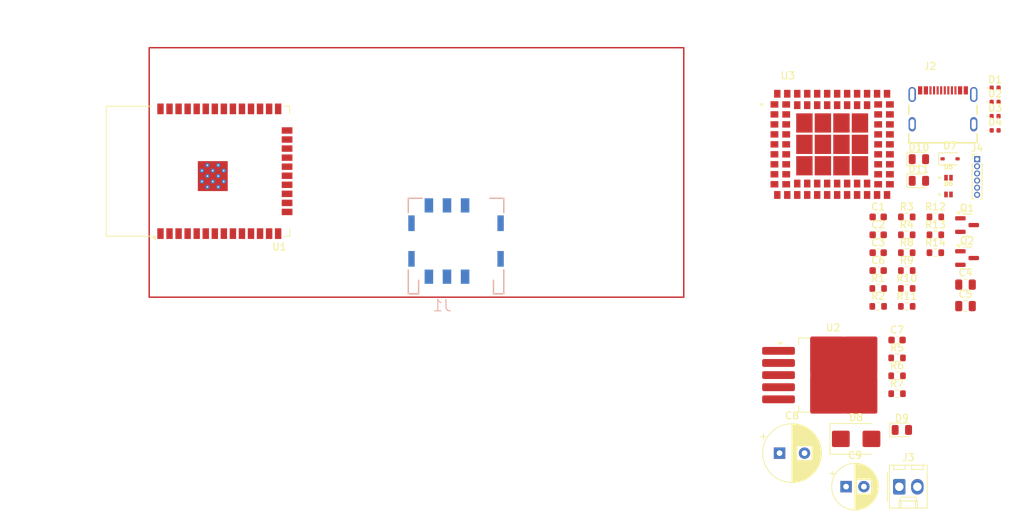
<source format=kicad_pcb>
(kicad_pcb (version 20240108) (generator "pcbnew") (generator_version "8.0")
  (layers (0 "F.Cu" signal) (31 "B.Cu" signal) (34 "B.Paste" user) (35 "F.Paste" user) (36 "B.SilkS" user "B.Silkscreen") (37 "F.SilkS" user "F.Silkscreen") (38 "B.Mask" user) (39 "F.Mask" user) (44 "Edge.Cuts" user))
  (net 0 "")
  (net 2 "Net-(U1-GND-Pad1)")
  (net 37 "Net-(D1-A1)")
  (net 38 "Net-(D1-A2)")
  (net 39 "Net-(D2-A2)")
  (net 40 "Net-(D3-A2)")
  (net 41 "/usb and sim/SIM1_VDD")
  (net 42 "/usb and sim/VBUS")
  (net 43 "GND")
  (net 44 "Net-(D8-K)")
  (net 45 "VBAT")
  (net 46 "Net-(D8-A)")
  (net 48 "Net-(D9-K)")
  (net 50 "/usb and sim/USB_DP")
  (net 54 "/usb and sim/USB_DM")
  (net 55 "/usb and sim/SIM1_RST")
  (net 56 "/usb and sim/SIM1_DATA")
  (net 57 "/usb and sim/SIM1_CLK")
  (net 58 "Net-(U2-ADJ)")
  (net 59 "Net-(D10-K)")
  (net 60 "/usb and sim/VBAT")
  (net 61 "Net-(D11-K)")
  (net 62 "/usb and sim/SIM1_RESET")
  (net 63 "/usb and sim/SIM1_TXD")
  (net 64 "/usb and sim/SIMK1_GND")
  (net 65 "/usb and sim/SIM1_RXD")
  (net 66 "/usb and sim/SIM1_VCC")
  (net 67 "Net-(Q1-C)")
  (net 68 "Net-(Q1-B)")
  (net 70 "Net-(Q2-B)")
  (net 72 "/usb and sim/NETLIGHT")
  (net 73 "Net-(U3-PWRKEY)")
  (net 74 "/usb and sim/STATUS")
  (net 114 "/usb and sim/SIM1_ANT")
  (footprint "Capacitor_SMD:C_0805_2012Metric" (layer "F.Cu") (at 139.525 61.25)
    (property "Reference" "C5" (at 0 -1.68 0) (layer "F.SilkS"))
    (property "Value" "1u")
    (pad "1" smd roundrect (at -0.95 0) (size 1 1.45) (layers "F.Cu" "F.Paste" "F.Mask") (net 42 "/usb and sim/VBUS"))
    (pad "2" smd roundrect (at 0.95 0) (size 1 1.45) (layers "F.Cu" "F.Paste" "F.Mask") (net 43 "GND"))
  )
  (footprint "Resistor_SMD:R_0603_1608Metric" (layer "F.Cu") (at 135.295 48.74)
    (property "Reference" "R12" (at 0 -1.43 0) (layer "F.SilkS"))
    (property "Value" "4.7K")
    (pad "1" smd roundrect (at -0.825 0) (size 0.8 0.95) (layers "F.Cu" "F.Paste" "F.Mask") (net 74 "/usb and sim/STATUS"))
    (pad "2" smd roundrect (at 0.825 0) (size 0.8 0.95) (layers "F.Cu" "F.Paste" "F.Mask") (net 70 "Net-(Q2-B)"))
  )
  (footprint "Diode_SMD:D_SMB" (layer "F.Cu") (at 124.18 79.88)
    (property "Reference" "D8" (at 0 -3 0) (layer "F.SilkS"))
    (property "Value" "SS34")
    (pad "1" smd roundrect (at -2.15 0) (size 2.5 2.3) (layers "F.Cu" "F.Paste" "F.Mask") (roundrect_rratio 0.1086956522) (net 44 "Net-(D8-K)"))
    (pad "2" smd roundrect (at 2.15 0) (size 2.5 2.3) (layers "F.Cu" "F.Paste" "F.Mask") (roundrect_rratio 0.1086956522) (net 46 "Net-(D8-A)"))
  )
  (footprint "Capacitor_SMD:C_0603_1608Metric" (layer "F.Cu") (at 127.275 48.74)
    (property "Reference" "C1" (at 0 -1.43 0) (layer "F.SilkS"))
    (property "Value" "8.2p")
    (pad "1" smd roundrect (at -0.775 0) (size 0.9 0.95) (layers "F.Cu" "F.Paste" "F.Mask") (net 38 "Net-(D1-A2)"))
    (pad "2" smd roundrect (at 0.775 0) (size 0.9 0.95) (layers "F.Cu" "F.Paste" "F.Mask") (net 37 "Net-(D1-A1)"))
  )
  (footprint "Package_TO_SOT_SMD:TO-263-5_TabPin3" (layer "F.Cu") (at 120.945 70.93)
    (property "Reference" "U2" (at 0 -6.65 0) (layer "F.SilkS"))
    (property "Value" "MIC29302WU")
    (pad "1" smd roundrect (at -7.65 -3.4) (size 4.6 1.1) (layers "F.Cu" "F.Paste" "F.Mask") (roundrect_rratio 0.227273) (net 44 "Net-(D8-K)"))
    (pad "2" smd roundrect (at -7.65 -1.7) (size 4.6 1.1) (layers "F.Cu" "F.Paste" "F.Mask") (roundrect_rratio 0.227273) (net 44 "Net-(D8-K)"))
    (pad "3" smd roundrect (at -7.65 0) (size 4.6 1.1) (layers "F.Cu" "F.Paste" "F.Mask") (roundrect_rratio 0.227273) (net 43 "GND"))
    (pad "3" smd roundrect (at -0.925 -2.775) (size 4.55 5.25) (layers "F.Cu" "F.Paste") (roundrect_rratio 0.054945) (net 43 "GND"))
    (pad "3" smd roundrect (at -0.925 2.775) (size 4.55 5.25) (layers "F.Cu" "F.Paste") (roundrect_rratio 0.054945) (net 43 "GND"))
    (pad "3" smd roundrect (at 1.5 0) (size 9.4 10.8) (layers "F.Cu" "F.Mask") (roundrect_rratio 0.026596) (net 43 "GND"))
    (pad "3" smd roundrect (at 3.925 -2.775) (size 4.55 5.25) (layers "F.Cu" "F.Paste") (roundrect_rratio 0.054945) (net 43 "GND"))
    (pad "3" smd roundrect (at 3.925 2.775) (size 4.55 5.25) (layers "F.Cu" "F.Paste") (roundrect_rratio 0.054945) (net 43 "GND"))
    (pad "4" smd roundrect (at -7.65 1.7) (size 4.6 1.1) (layers "F.Cu" "F.Paste" "F.Mask") (roundrect_rratio 0.227273) (net 45 "VBAT"))
    (pad "5" smd roundrect (at -7.65 3.4) (size 4.6 1.1) (layers "F.Cu" "F.Paste" "F.Mask") (roundrect_rratio 0.227273) (net 58 "Net-(U2-ADJ)"))
  )
  (footprint "Capacitor_THT:CP_Radial_D6.3mm_P2.50mm" (layer "F.Cu") (at 122.770241 86.58)
    (property "Reference" "C9" (at 1.25 -4.4 0) (layer "F.SilkS"))
    (property "Value" "22u")
    (pad "1" thru_hole rect (at 0 0) (size 1.6 1.6) (drill 0.8) (layers "*.Cu" "*.Mask") (net 45 "VBAT"))
    (pad "2" thru_hole circle (at 2.5 0) (size 1.6 1.6) (drill 0.8) (layers "*.Cu" "*.Mask") (net 43 "GND"))
  )
  (footprint "Package_TO_SOT_SMD:SOT-23" (layer "F.Cu") (at 139.745 54.51)
    (property "Reference" "Q2" (at 0 -2.4 0) (layer "F.SilkS"))
    (property "Value" "BC847")
    (pad "1" smd roundrect (at -0.9375 -0.95) (size 1.475 0.6) (layers "F.Cu" "F.Paste" "F.Mask") (net 70 "Net-(Q2-B)"))
    (pad "2" smd roundrect (at -0.9375 0.95) (size 1.475 0.6) (layers "F.Cu" "F.Paste" "F.Mask"))
    (pad "3" smd roundrect (at 0.9375 0) (size 1.475 0.6) (layers "F.Cu" "F.Paste" "F.Mask"))
  )
  (footprint "Capacitor_SMD:C_0603_1608Metric" (layer "F.Cu") (at 127.275 53.76)
    (property "Reference" "C3" (at 0 -1.43 0) (layer "F.SilkS"))
    (property "Value" "8.2p")
    (pad "1" smd roundrect (at -0.775 0) (size 0.9 0.95) (layers "F.Cu" "F.Paste" "F.Mask") (net 40 "Net-(D3-A2)"))
    (pad "2" smd roundrect (at 0.775 0) (size 0.9 0.95) (layers "F.Cu" "F.Paste" "F.Mask") (net 37 "Net-(D1-A1)"))
  )
  (footprint "Resistor_SMD:R_0603_1608Metric" (layer "F.Cu") (at 135.295 53.76)
    (property "Reference" "R14" (at 0 -1.43 0) (layer "F.SilkS"))
    (property "Value" "470R")
    (pad "1" smd roundrect (at -0.825 0) (size 0.8 0.95) (layers "F.Cu" "F.Paste" "F.Mask"))
    (pad "2" smd roundrect (at 0.825 0) (size 0.8 0.95) (layers "F.Cu" "F.Paste" "F.Mask") (net 61 "Net-(D11-K)"))
  )
  (footprint "Resistor_SMD:R_0603_1608Metric" (layer "F.Cu") (at 131.285 53.76)
    (property "Reference" "R8" (at 0 -1.43 0) (layer "F.SilkS"))
    (property "Value" "4.7K")
    (pad "1" smd roundrect (at -0.825 0) (size 0.8 0.95) (layers "F.Cu" "F.Paste" "F.Mask") (net 72 "/usb and sim/NETLIGHT"))
    (pad "2" smd roundrect (at 0.825 0) (size 0.8 0.95) (layers "F.Cu" "F.Paste" "F.Mask") (net 68 "Net-(Q1-B)"))
  )
  (footprint "Capacitor_SMD:C_0805_2012Metric" (layer "F.Cu") (at 139.525 58.24)
    (property "Reference" "C4" (at 0 -1.68 0) (layer "F.SilkS"))
    (property "Value" "1u")
    (pad "1" smd roundrect (at -0.95 0) (size 1 1.45) (layers "F.Cu" "F.Paste" "F.Mask") (net 41 "/usb and sim/SIM1_VDD"))
    (pad "2" smd roundrect (at 0.95 0) (size 1 1.45) (layers "F.Cu" "F.Paste" "F.Mask") (net 37 "Net-(D1-A1)"))
  )
  (footprint "LocalLib:DIO_PESD5V0S1UL,315" (layer "F.Cu") (at 137.14 45.59)
    (property "Reference" "D6" (at 0 -1.524 0) (layer "F.SilkS") (effects (font (size 0.64 0.64))))
    (property "Value" "AQ3045-01ETG")
    (pad "A" smd rect (at 0.35 0) (size 0.5 0.8) (layers "F.Cu"))
    (pad "K" smd rect (at -0.35 0) (size 0.5 0.8) (layers "F.Cu"))
  )
  (footprint "LED_SMD:LED_0805_2012Metric" (layer "F.Cu") (at 132.985 43.675)
    (property "Reference" "D11" (at 0 -1.65 0) (layer "F.SilkS"))
    (property "Value" "STATUS")
    (pad "1" smd roundrect (at -0.9375 0) (size 0.975 1.4) (layers "F.Cu" "F.Paste" "F.Mask") (net 61 "Net-(D11-K)"))
    (pad "2" smd roundrect (at 0.9375 0) (size 0.975 1.4) (layers "F.Cu" "F.Paste" "F.Mask") (net 60 "/usb and sim/VBAT"))
  )
  (footprint "Capacitor_SMD:C_0603_1608Metric" (layer "F.Cu") (at 129.925 66.01)
    (property "Reference" "C7" (at 0 -1.43 0) (layer "F.SilkS"))
    (property "Value" "100n")
    (pad "1" smd roundrect (at -0.775 0) (size 0.9 0.95) (layers "F.Cu" "F.Paste" "F.Mask") (net 44 "Net-(D8-K)"))
    (pad "2" smd roundrect (at 0.775 0) (size 0.9 0.95) (layers "F.Cu" "F.Paste" "F.Mask") (net 43 "GND"))
  )
  (footprint "Diode_SMD:D_0402_1005Metric" (layer "F.Cu") (at 143.68 30.63)
    (property "Reference" "D1" (at 0 -1.17 0) (layer "F.SilkS"))
    (property "Value" "SPD9103W")
    (pad "1" smd roundrect (at -0.485 0) (size 0.59 0.64) (layers "F.Cu" "F.Paste" "F.Mask") (net 37 "Net-(D1-A1)"))
    (pad "2" smd roundrect (at 0.485 0) (size 0.59 0.64) (layers "F.Cu" "F.Paste" "F.Mask") (net 38 "Net-(D1-A2)"))
  )
  (footprint "Resistor_SMD:R_0603_1608Metric" (layer "F.Cu") (at 127.275 58.78)
    (property "Reference" "R1" (at 0 -1.43 0) (layer "F.SilkS"))
    (property "Value" "20R")
    (pad "1" smd roundrect (at -0.825 0) (size 0.8 0.95) (layers "F.Cu" "F.Paste" "F.Mask") (net 55 "/usb and sim/SIM1_RST"))
    (pad "2" smd roundrect (at 0.825 0) (size 0.8 0.95) (layers "F.Cu" "F.Paste" "F.Mask") (net 38 "Net-(D1-A2)"))
  )
  (footprint "Resistor_SMD:R_0603_1608Metric" (layer "F.Cu") (at 131.285 51.25)
    (property "Reference" "R4" (at 0 -1.43 0) (layer "F.SilkS"))
    (property "Value" "4.7K")
    (pad "1" smd roundrect (at -0.825 0) (size 0.8 0.95) (layers "F.Cu" "F.Paste" "F.Mask") (net 39 "Net-(D2-A2)"))
    (pad "2" smd roundrect (at 0.825 0) (size 0.8 0.95) (layers "F.Cu" "F.Paste" "F.Mask") (net 41 "/usb and sim/SIM1_VDD"))
  )
  (footprint "Capacitor_SMD:C_0603_1608Metric" (layer "F.Cu") (at 127.275 51.25)
    (property "Reference" "C2" (at 0 -1.43 0) (layer "F.SilkS"))
    (property "Value" "8.2p")
    (pad "1" smd roundrect (at -0.775 0) (size 0.9 0.95) (layers "F.Cu" "F.Paste" "F.Mask") (net 39 "Net-(D2-A2)"))
    (pad "2" smd roundrect (at 0.775 0) (size 0.9 0.95) (layers "F.Cu" "F.Paste" "F.Mask") (net 37 "Net-(D1-A1)"))
  )
  (footprint "RF_Module:ESP32-WROOM-32" (layer "F.Cu") (at 34.835 42.3325 90)
    (property "Reference" "U1" (at -10.61 8.43 360) (layer "F.SilkS"))
    (property "Value" "ESP32-WROOM-32")
    (pad "1" smd rect (at -8.75 -8.25 90) (size 1.5 0.9) (layers "F.Cu" "F.Paste" "F.Mask") (net 2 "Net-(U1-GND-Pad1)"))
    (pad "2" smd rect (at -8.75 -6.98 90) (size 1.5 0.9) (layers "F.Cu" "F.Paste" "F.Mask"))
    (pad "3" smd rect (at -8.75 -5.71 90) (size 1.5 0.9) (layers "F.Cu" "F.Paste" "F.Mask"))
    (pad "4" smd rect (at -8.75 -4.44 90) (size 1.5 0.9) (layers "F.Cu" "F.Paste" "F.Mask"))
    (pad "5" smd rect (at -8.75 -3.17 90) (size 1.5 0.9) (layers "F.Cu" "F.Paste" "F.Mask"))
    (pad "6" smd rect (at -8.75 -1.9 90) (size 1.5 0.9) (layers "F.Cu" "F.Paste" "F.Mask"))
    (pad "7" smd rect (at -8.75 -0.63 90) (size 1.5 0.9) (layers "F.Cu" "F.Paste" "F.Mask"))
    (pad "8" smd rect (at -8.75 0.64 90) (size 1.5 0.9) (layers "F.Cu" "F.Paste" "F.Mask"))
    (pad "9" smd rect (at -8.75 1.91 90) (size 1.5 0.9) (layers "F.Cu" "F.Paste" "F.Mask"))
    (pad "10" smd rect (at -8.75 3.18 90) (size 1.5 0.9) (layers "F.Cu" "F.Paste" "F.Mask"))
    (pad "11" smd rect (at -8.75 4.45 90) (size 1.5 0.9) (layers "F.Cu" "F.Paste" "F.Mask"))
    (pad "12" smd rect (at -8.75 5.72 90) (size 1.5 0.9) (layers "F.Cu" "F.Paste" "F.Mask"))
    (pad "13" smd rect (at -8.75 6.99 90) (size 1.5 0.9) (layers "F.Cu" "F.Paste" "F.Mask"))
    (pad "14" smd rect (at -8.75 8.26 90) (size 1.5 0.9) (layers "F.Cu" "F.Paste" "F.Mask"))
    (pad "15" smd rect (at -5.71 9.51 180) (size 1.5 0.9) (layers "F.Cu" "F.Paste" "F.Mask") (net 2 "Net-(U1-GND-Pad1)"))
    (pad "16" smd rect (at -4.44 9.51 180) (size 1.5 0.9) (layers "F.Cu" "F.Paste" "F.Mask"))
    (pad "17" smd rect (at -3.17 9.51 180) (size 1.5 0.9) (layers "F.Cu" "F.Paste" "F.Mask"))
    (pad "18" smd rect (at -1.9 9.51 180) (size 1.5 0.9) (layers "F.Cu" "F.Paste" "F.Mask"))
    (pad "19" smd rect (at -0.63 9.51 180) (size 1.5 0.9) (layers "F.Cu" "F.Paste" "F.Mask"))
    (pad "20" smd rect (at 0.64 9.51 180) (size 1.5 0.9) (layers "F.Cu" "F.Paste" "F.Mask"))
    (pad "21" smd rect (at 1.91 9.51 180) (size 1.5 0.9) (layers "F.Cu" "F.Paste" "F.Mask"))
    (pad "22" smd rect (at 3.18 9.51 180) (size 1.5 0.9) (layers "F.Cu" "F.Paste" "F.Mask"))
    (pad "23" smd rect (at 4.45 9.51 180) (size 1.5 0.9) (layers "F.Cu" "F.Paste" "F.Mask"))
    (pad "24" smd rect (at 5.72 9.51 180) (size 1.5 0.9) (layers "F.Cu" "F.Paste" "F.Mask"))
    (pad "25" smd rect (at 8.75 8.26 90) (size 1.5 0.9) (layers "F.Cu" "F.Paste" "F.Mask"))
    (pad "26" smd rect (at 8.75 6.99 90) (size 1.5 0.9) (layers "F.Cu" "F.Paste" "F.Mask"))
    (pad "27" smd rect (at 8.75 5.72 90) (size 1.5 0.9) (layers "F.Cu" "F.Paste" "F.Mask"))
    (pad "28" smd rect (at 8.75 4.45 90) (size 1.5 0.9) (layers "F.Cu" "F.Paste" "F.Mask"))
    (pad "29" smd rect (at 8.75 3.18 90) (size 1.5 0.9) (layers "F.Cu" "F.Paste" "F.Mask"))
    (pad "30" smd rect (at 8.75 1.91 90) (size 1.5 0.9) (layers "F.Cu" "F.Paste" "F.Mask"))
    (pad "31" smd rect (at 8.75 0.64 90) (size 1.5 0.9) (layers "F.Cu" "F.Paste" "F.Mask"))
    (pad "32" smd rect (at 8.75 -0.63 90) (size 1.5 0.9) (layers "F.Cu" "F.Paste" "F.Mask"))
    (pad "33" smd rect (at 8.75 -1.9 90) (size 1.5 0.9) (layers "F.Cu" "F.Paste" "F.Mask"))
    (pad "34" smd rect (at 8.75 -3.17 90) (size 1.5 0.9) (layers "F.Cu" "F.Paste" "F.Mask"))
    (pad "35" smd rect (at 8.75 -4.44 90) (size 1.5 0.9) (layers "F.Cu" "F.Paste" "F.Mask"))
    (pad "36" smd rect (at 8.75 -5.71 90) (size 1.5 0.9) (layers "F.Cu" "F.Paste" "F.Mask"))
    (pad "37" smd rect (at 8.75 -6.98 90) (size 1.5 0.9) (layers "F.Cu" "F.Paste" "F.Mask"))
    (pad "38" smd rect (at 8.75 -8.25 90) (size 1.5 0.9) (layers "F.Cu" "F.Paste" "F.Mask") (net 2 "Net-(U1-GND-Pad1)"))
    (pad "39" smd rect (at -2.205 -2.435 90) (size 1.05 1.05) (layers "F.Cu" "F.Paste") (net 2 "Net-(U1-GND-Pad1)"))
    (pad "39" thru_hole circle (at -2.205 -1.6725 90) (size 0.6 0.6) (drill 0.2) (property pad_prop_heatsink) (layers "*.Cu" "F.Mask") (net 2 "Net-(U1-GND-Pad1)"))
    (pad "39" smd rect (at -2.205 -0.91 90) (size 1.05 1.05) (layers "F.Cu" "F.Paste") (net 2 "Net-(U1-GND-Pad1)"))
    (pad "39" thru_hole circle (at -2.205 -0.1475 90) (size 0.6 0.6) (drill 0.2) (property pad_prop_heatsink) (layers "*.Cu" "F.Mask") (net 2 "Net-(U1-GND-Pad1)"))
    (pad "39" smd rect (at -2.205 0.615 90) (size 1.05 1.05) (layers "F.Cu" "F.Paste") (net 2 "Net-(U1-GND-Pad1)"))
    (pad "39" thru_hole circle (at -1.4425 -2.435 90) (size 0.6 0.6) (drill 0.2) (property pad_prop_heatsink) (layers "*.Cu" "F.Mask") (net 2 "Net-(U1-GND-Pad1)"))
    (pad "39" thru_hole circle (at -1.4425 -0.91 90) (size 0.6 0.6) (drill 0.2) (property pad_prop_heatsink) (layers "*.Cu" "F.Mask") (net 2 "Net-(U1-GND-Pad1)"))
    (pad "39" thru_hole circle (at -1.4425 0.615 90) (size 0.6 0.6) (drill 0.2) (property pad_prop_heatsink) (layers "*.Cu" "F.Mask") (net 2 "Net-(U1-GND-Pad1)"))
    (pad "39" smd rect (at -0.68 -2.435 90) (size 1.05 1.05) (layers "F.Cu" "F.Paste") (net 2 "Net-(U1-GND-Pad1)"))
    (pad "39" thru_hole circle (at -0.68 -1.6725 90) (size 0.6 0.6) (drill 0.2) (property pad_prop_heatsink) (layers "*.Cu" "F.Mask") (net 2 "Net-(U1-GND-Pad1)"))
    (pad "39" smd rect (at -0.68 -0.91 90) (size 1.05 1.05) (layers "F.Cu" "F.Paste") (net 2 "Net-(U1-GND-Pad1)"))
    (pad "39" smd rect (at -0.68 -0.91 90) (size 4.2 4.2) (layers "F.Cu" "F.Mask") (net 2 "Net-(U1-GND-Pad1)"))
    (pad "39" thru_hole circle (at -0.68 -0.1475 90) (size 0.6 0.6) (drill 0.2) (property pad_prop_heatsink) (layers "*.Cu" "F.Mask") (net 2 "Net-(U1-GND-Pad1)"))
    (pad "39" smd rect (at -0.68 0.615 90) (size 1.05 1.05) (layers "F.Cu" "F.Paste") (net 2 "Net-(U1-GND-Pad1)"))
    (pad "39" thru_hole circle (at 0.0825 -2.435 90) (size 0.6 0.6) (drill 0.2) (property pad_prop_heatsink) (layers "*.Cu" "F.Mask") (net 2 "Net-(U1-GND-Pad1)"))
    (pad "39" thru_hole circle (at 0.0825 -0.91 90) (size 0.6 0.6) (drill 0.2) (property pad_prop_heatsink) (layers "*.Cu" "F.Mask") (net 2 "Net-(U1-GND-Pad1)"))
    (pad "39" thru_hole circle (at 0.0825 0.615 90) (size 0.6 0.6) (drill 0.2) (property pad_prop_heatsink) (layers "*.Cu" "F.Mask") (net 2 "Net-(U1-GND-Pad1)"))
    (pad "39" smd rect (at 0.845 -2.435 90) (size 1.05 1.05) (layers "F.Cu" "F.Paste") (net 2 "Net-(U1-GND-Pad1)"))
    (pad "39" thru_hole circle (at 0.845 -1.6725 90) (size 0.6 0.6) (drill 0.2) (property pad_prop_heatsink) (layers "*.Cu" "F.Mask") (net 2 "Net-(U1-GND-Pad1)"))
    (pad "39" smd rect (at 0.845 -0.91 90) (size 1.05 1.05) (layers "F.Cu" "F.Paste") (net 2 "Net-(U1-GND-Pad1)"))
    (pad "39" thru_hole circle (at 0.845 -0.1475 90) (size 0.6 0.6) (drill 0.2) (property pad_prop_heatsink) (layers "*.Cu" "F.Mask") (net 2 "Net-(U1-GND-Pad1)"))
    (pad "39" smd rect (at 0.845 0.615 90) (size 1.05 1.05) (layers "F.Cu" "F.Paste") (net 2 "Net-(U1-GND-Pad1)"))
  )
  (footprint "Diode_SMD:D_SOD-323" (layer "F.Cu") (at 137.36 40.59)
    (property "Reference" "D7" (at 0 -1.85 0) (layer "F.SilkS"))
    (property "Value" "PESD24VL1BA")
    (pad "1" smd roundrect (at -1.05 0) (size 0.6 0.45) (layers "F.Cu" "F.Paste" "F.Mask") (net 43 "GND"))
    (pad "2" smd roundrect (at 1.05 0) (size 0.6 0.45) (layers "F.Cu" "F.Paste" "F.Mask") (net 42 "/usb and sim/VBUS"))
  )
  (footprint "Resistor_SMD:R_0603_1608Metric" (layer "F.Cu") (at 131.285 56.27)
    (property "Reference" "R9" (at 0 -1.43 0) (layer "F.SilkS"))
    (property "Value" "47K")
    (pad "1" smd roundrect (at -0.825 0) (size 0.8 0.95) (layers "F.Cu" "F.Paste" "F.Mask") (net 68 "Net-(Q1-B)"))
    (pad "2" smd roundrect (at 0.825 0) (size 0.8 0.95) (layers "F.Cu" "F.Paste" "F.Mask") (net 43 "GND"))
  )
  (footprint "Resistor_SMD:R_0603_1608Metric" (layer "F.Cu") (at 129.925 73.54)
    (property "Reference" "R7" (at 0 -1.43 0) (layer "F.SilkS"))
    (property "Value" "470R")
    (pad "1" smd roundrect (at -0.825 0) (size 0.8 0.95) (layers "F.Cu" "F.Paste" "F.Mask") (net 48 "Net-(D9-K)"))
    (pad "2" smd roundrect (at 0.825 0) (size 0.8 0.95) (layers "F.Cu" "F.Paste" "F.Mask") (net 43 "GND"))
  )
  (footprint "LocalLib:MODULE_SIM800L" (layer "F.Cu") (at 120.82 38.56)
    (property "Reference" "U3" (at -6.225 -9.635 0) (layer "F.SilkS"))
    (property "Value" "SIM800L")
    (pad "1" smd rect (at -8.1 -5.6) (size 1.1 0.9) (layers "F.Cu" "F.Paste" "F.Mask") (net 66 "/usb and sim/SIM1_VCC"))
    (pad "2" smd rect (at -8.1 -4.2) (size 1.1 0.9) (layers "F.Cu" "F.Paste" "F.Mask") (net 43 "GND"))
    (pad "3" smd rect (at -8.1 -2.8) (size 1.1 0.9) (layers "F.Cu" "F.Paste" "F.Mask"))
    (pad "4" smd rect (at -8.1 -1.4) (size 1.1 0.9) (layers "F.Cu" "F.Paste" "F.Mask") (net 74 "/usb and sim/STATUS"))
    (pad "5" smd rect (at -8.1 0) (size 1.1 0.9) (layers "F.Cu" "F.Paste" "F.Mask"))
    (pad "6" smd rect (at -8.1 1.4) (size 1.1 0.9) (layers "F.Cu" "F.Paste" "F.Mask") (net 43 "GND"))
    (pad "7" smd rect (at -8.1 2.8) (size 1.1 0.9) (layers "F.Cu" "F.Paste" "F.Mask"))
    (pad "8" smd rect (at -8.1 4.2) (size 1.1 0.9) (layers "F.Cu" "F.Paste" "F.Mask") (net 43 "GND"))
    (pad "9" smd rect (at -8.1 5.6) (size 1.1 0.9) (layers "F.Cu" "F.Paste" "F.Mask"))
    (pad "10" smd rect (at -7.7 7.1) (size 0.9 1.1) (layers "F.Cu" "F.Paste" "F.Mask"))
    (pad "11" smd rect (at -6.3 7.1) (size 0.9 1.1) (layers "F.Cu" "F.Paste" "F.Mask"))
    (pad "12" smd rect (at -4.9 7.1) (size 0.9 1.1) (layers "F.Cu" "F.Paste" "F.Mask"))
    (pad "13" smd rect (at -3.5 7.1) (size 0.9 1.1) (layers "F.Cu" "F.Paste" "F.Mask"))
    (pad "14" smd rect (at -2.1 7.1) (size 0.9 1.1) (layers "F.Cu" "F.Paste" "F.Mask") (net 56 "/usb and sim/SIM1_DATA"))
    (pad "15" smd rect (at -0.7 7.1) (size 0.9 1.1) (layers "F.Cu" "F.Paste" "F.Mask") (net 55 "/usb and sim/SIM1_RST"))
    (pad "16" smd rect (at 0.7 7.1) (size 0.9 1.1) (layers "F.Cu" "F.Paste" "F.Mask") (net 41 "/usb and sim/SIM1_VDD"))
    (pad "17" smd rect (at 2.1 7.1) (size 0.9 1.1) (layers "F.Cu" "F.Paste" "F.Mask"))
    (pad "18" smd rect (at 3.5 7.1) (size 0.9 1.1) (layers "F.Cu" "F.Paste" "F.Mask"))
    (pad "19" smd rect (at 4.9 7.1) (size 0.9 1.1) (layers "F.Cu" "F.Paste" "F.Mask"))
    (pad "20" smd rect (at 6.3 7.1) (size 0.9 1.1) (layers "F.Cu" "F.Paste" "F.Mask"))
    (pad "21" smd rect (at 7.7 7.1) (size 0.9 1.1) (layers "F.Cu" "F.Paste" "F.Mask"))
    (pad "22" smd rect (at 8.1 5.6) (size 1.1 0.9) (layers "F.Cu" "F.Paste" "F.Mask"))
    (pad "23" smd rect (at 8.1 4.2) (size 1.1 0.9) (layers "F.Cu" "F.Paste" "F.Mask"))
    (pad "24" smd rect (at 8.1 2.8) (size 1.1 0.9) (layers "F.Cu" "F.Paste" "F.Mask"))
    (pad "25" smd rect (at 8.1 1.4) (size 1.1 0.9) (layers "F.Cu" "F.Paste" "F.Mask"))
    (pad "26" smd rect (at 8.1 0) (size 1.1 0.9) (layers "F.Cu" "F.Paste" "F.Mask"))
    (pad "27" smd rect (at 8.1 -1.4) (size 1.1 0.9) (layers "F.Cu" "F.Paste" "F.Mask"))
    (pad "28" smd rect (at 8.1 -2.8) (size 1.1 0.9) (layers "F.Cu" "F.Paste" "F.Mask"))
    (pad "29" smd rect (at 8.1 -4.2) (size 1.1 0.9) (layers "F.Cu" "F.Paste" "F.Mask"))
    (pad "30" smd rect (at 8.1 -5.6) (size 1.1 0.9) (layers "F.Cu" "F.Paste" "F.Mask"))
    (pad "31" smd rect (at 7.7 -7.1) (size 0.9 1.1) (layers "F.Cu" "F.Paste" "F.Mask") (net 65 "/usb and sim/SIM1_RXD"))
    (pad "32" smd rect (at 6.3 -7.1) (size 0.9 1.1) (layers "F.Cu" "F.Paste" "F.Mask") (net 63 "/usb and sim/SIM1_TXD"))
    (pad "33" smd rect (at 4.9 -7.1) (size 0.9 1.1) (layers "F.Cu" "F.Paste" "F.Mask"))
    (pad "34" smd rect (at 3.5 -7.1) (size 0.9 1.1) (layers "F.Cu" "F.Paste" "F.Mask"))
    (pad "35" smd rect (at 2.1 -7.1) (size 0.9 1.1) (layers "F.Cu" "F.Paste" "F.Mask") (net 43 "GND"))
    (pad "36" smd rect (at 0.7 -7.1) (size 0.9 1.1) (layers "F.Cu" "F.Paste" "F.Mask"))
    (pad "37" smd rect (at -0.7 -7.1) (size 0.9 1.1) (layers "F.Cu" "F.Paste" "F.Mask") (net 43 "GND"))
    (pad "38" smd rect (at -2.1 -7.1) (size 0.9 1.1) (layers "F.Cu" "F.Paste" "F.Mask") (net 43 "GND"))
    (pad "39" smd rect (at -3.5 -7.1) (size 0.9 1.1) (layers "F.Cu" "F.Paste" "F.Mask") (net 43 "GND"))
    (pad "40" smd rect (at -4.9 -7.1) (size 0.9 1.1) (layers "F.Cu" "F.Paste" "F.Mask") (net 114 "/usb and sim/SIM1_ANT"))
    (pad "41" smd rect (at -6.3 -7.1) (size 0.9 1.1) (layers "F.Cu" "F.Paste" "F.Mask") (net 43 "GND"))
    (pad "42" smd rect (at -7.7 -7.1) (size 0.9 1.1) (layers "F.Cu" "F.Paste" "F.Mask") (net 66 "/usb and sim/SIM1_VCC"))
    (pad "43" smd rect (at -6.45 -5.6) (size 1.1 0.9) (layers "F.Cu" "F.Paste" "F.Mask") (net 43 "GND"))
    (pad "44" smd rect (at -6.45 -4.2) (size 1.1 0.9) (layers "F.Cu" "F.Paste" "F.Mask") (net 43 "GND"))
    (pad "45" smd rect (at -6.45 -2.8) (size 1.1 0.9) (layers "F.Cu" "F.Paste" "F.Mask") (net 43 "GND"))
    (pad "46" smd rect (at -6.45 -1.4) (size 1.1 0.9) (layers "F.Cu" "F.Paste" "F.Mask"))
    (pad "47" smd rect (at -6.45 0) (size 1.1 0.9) (layers "F.Cu" "F.Paste" "F.Mask"))
    (pad "48" smd rect (at -6.45 1.4) (size 1.1 0.9) (layers "F.Cu" "F.Paste" "F.Mask") (net 73 "Net-(U3-PWRKEY)"))
    (pad "49" smd rect (at -6.45 2.8) (size 1.1 0.9) (layers "F.Cu" "F.Paste" "F.Mask") (net 62 "/usb and sim/SIM1_RESET"))
    (pad "50" smd rect (at -6.45 4.2) (size 1.1 0.9) (layers "F.Cu" "F.Paste" "F.Mask"))
    (pad "51" smd rect (at -6.45 5.6) (size 1.1 0.9) (layers "F.Cu" "F.Paste" "F.Mask"))
    (pad "52" smd rect (at -4.9 5.5) (size 0.9 1.1) (layers "F.Cu" "F.Paste" "F.Mask"))
    (pad "53" smd rect (at -3.5 5.5) (size 0.9 1.1) (layers "F.Cu" "F.Paste" "F.Mask"))
    (pad "54" smd rect (at -2.1 5.5) (size 0.9 1.1) (layers "F.Cu" "F.Paste" "F.Mask") (net 55 "/usb and sim/SIM1_RST"))
    (pad "55" smd rect (at -0.7 5.5) (size 0.9 1.1) (layers "F.Cu" "F.Paste" "F.Mask") (net 57 "/usb and sim/SIM1_CLK"))
    (pad "56" smd rect (at 0.7 5.5) (size 0.9 1.1) (layers "F.Cu" "F.Paste" "F.Mask") (net 66 "/usb and sim/SIM1_VCC"))
    (pad "57" smd rect (at 2.1 5.5) (size 0.9 1.1) (layers "F.Cu" "F.Paste" "F.Mask"))
    (pad "58" smd rect (at 3.5 5.5) (size 0.9 1.1) (layers "F.Cu" "F.Paste" "F.Mask") (net 43 "GND"))
    (pad "59" smd rect (at 4.9 5.5) (size 0.9 1.1) (layers "F.Cu" "F.Paste" "F.Mask"))
    (pad "60" smd rect (at 6.45 5.6) (size 1.1 0.9) (layers "F.Cu" "F.Paste" "F.Mask"))
    (pad "61" smd rect (at 6.45 4.2) (size 1.1 0.9) (layers "F.Cu" "F.Paste" "F.Mask"))
    (pad "62" smd rect (at 6.45 2.8) (size 1.1 0.9) (layers "F.Cu" "F.Paste" "F.Mask"))
    (pad "63" smd rect (at 6.45 1.4) (size 1.1 0.9) (layers "F.Cu" "F.Paste" "F.Mask"))
    (pad "64" smd rect (at 6.45 0) (size 1.1 0.9) (layers "F.Cu" "F.Paste" "F.Mask") (net 72 "/usb and sim/NETLIGHT"))
    (pad "65" smd rect (at 6.45 -1.4) (size 1.1 0.9) (layers "F.Cu" "F.Paste" "F.Mask"))
    (pad "66" smd rect (at 6.45 -2.8) (size 1.1 0.9) (layers "F.Cu" "F.Paste" "F.Mask"))
    (pad "67" smd rect (at 6.45 -4.2) (size 1.1 0.9) (layers "F.Cu" "F.Paste" "F.Mask") (net 43 "GND"))
    (pad "68" smd rect (at 6.45 -5.6) (size 1.1 0.9) (layers "F.Cu" "F.Paste" "F.Mask"))
    (pad "69" smd rect (at 4.9 -5.5) (size 0.9 1.1) (layers "F.Cu" "F.Paste" "F.Mask"))
    (pad "70" smd rect (at 3.5 -5.5) (size 0.9 1.1) (layers "F.Cu" "F.Paste" "F.Mask"))
    (pad "71" smd rect (at 2.1 -5.5) (size 0.9 1.1) (layers "F.Cu" "F.Paste" "F.Mask") (net 43 "GND"))
    (pad "72" smd rect (at 0.7 -5.5) (size 0.9 1.1) (layers "F.Cu" "F.Paste" "F.Mask") (net 43 "GND"))
    (pad "73" smd rect (at -0.7 -5.5) (size 0.9 1.1) (layers "F.Cu" "F.Paste" "F.Mask") (net 43 "GND"))
    (pad "74" smd rect (at -2.1 -5.5) (size 0.9 1.1) (layers "F.Cu" "F.Paste" "F.Mask"))
    (pad "75" smd rect (at -3.5 -5.5) (size 0.9 1.1) (layers "F.Cu" "F.Paste" "F.Mask"))
    (pad "76" smd rect (at -4.9 -5.5) (size 0.9 1.1) (layers "F.Cu" "F.Paste" "F.Mask") (net 43 "GND"))
    (pad "77" smd rect (at -3.9 -3) (size 2.3 2.7) (layers "F.Cu" "F.Paste" "F.Mask") (net 43 "GND"))
    (pad "78" smd rect (at -3.9 0) (size 2.3 2.7) (layers "F.Cu" "F.Paste" "F.Mask") (net 43 "GND"))
    (pad "79" smd rect (at -3.9 3) (size 2.3 2.7) (layers "F.Cu" "F.Paste" "F.Mask") (net 43 "GND"))
    (pad "80" smd rect (at -1.3 3) (size 2.3 2.7) (layers "F.Cu" "F.Paste" "F.Mask") (net 43 "GND"))
    (pad "81" smd rect (at 1.3 3) (size 2.3 2.7) (layers "F.Cu" "F.Paste" "F.Mask") (net 43 "GND"))
    (pad "82" smd rect (at 3.9 3) (size 2.3 2.7) (layers "F.Cu" "F.Paste" "F.Mask") (net 43 "GND"))
    (pad "83" smd rect (at 3.9 0) (size 2.3 2.7) (layers "F.Cu" "F.Paste" "F.Mask") (net 43 "GND"))
    (pad "84" smd rect (at 3.9 -3) (size 2.3 2.7) (layers "F.Cu" "F.Paste" "F.Mask") (net 43 "GND"))
    (pad "85" smd rect (at 1.3 -3) (size 2.3 2.7) (layers "F.Cu" "F.Paste" "F.Mask") (net 43 "GND"))
    (pad "86" smd rect (at -1.3 -3) (size 2.3 2.7) (layers "F.Cu" "F.Paste" "F.Mask") (net 43 "GND"))
    (pad "87" smd rect (at -1.3 0) (size 2.3 2.7) (layers "F.Cu" "F.Paste" "F.Mask") (net 43 "GND"))
    (pad "88" smd rect (at 1.3 0) (size 2.3 2.7) (layers "F.Cu" "F.Paste" "F.Mask") (net 43 "GND"))
  )
  (footprint "Capacitor_SMD:C_0603_1608Metric" (layer "F.Cu") (at 127.275 56.27)
    (property "Reference" "C6" (at 0 -1.43 0) (layer "F.SilkS"))
    (property "Value" "22p")
    (pad "1" smd roundrect (at -0.775 0) (size 0.9 0.95) (layers "F.Cu" "F.Paste" "F.Mask") (net 42 "/usb and sim/VBUS"))
    (pad "2" smd roundrect (at 0.775 0) (size 0.9 0.95) (layers "F.Cu" "F.Paste" "F.Mask") (net 43 "GND"))
  )
  (footprint "Diode_SMD:D_0402_1005Metric" (layer "F.Cu") (at 143.68 36.6)
    (property "Reference" "D4" (at 0 -1.17 0) (layer "F.SilkS"))
    (property "Value" "SPD9103W")
    (pad "1" smd roundrect (at -0.485 0) (size 0.59 0.64) (layers "F.Cu" "F.Paste" "F.Mask") (net 37 "Net-(D1-A1)"))
    (pad "2" smd roundrect (at 0.485 0) (size 0.59 0.64) (layers "F.Cu" "F.Paste" "F.Mask") (net 41 "/usb and sim/SIM1_VDD"))
  )
  (footprint "Resistor_SMD:R_0603_1608Metric" (layer "F.Cu") (at 131.285 61.29)
    (property "Reference" "R11" (at 0 -1.43 0) (layer "F.SilkS"))
    (property "Value" "1K5")
    (pad "1" smd roundrect (at -0.825 0) (size 0.8 0.95) (layers "F.Cu" "F.Paste" "F.Mask") (net 43 "GND"))
    (pad "2" smd roundrect (at 0.825 0) (size 0.8 0.95) (layers "F.Cu" "F.Paste" "F.Mask") (net 73 "Net-(U3-PWRKEY)"))
  )
  (footprint "Capacitor_THT:CP_Radial_D8.0mm_P3.50mm" (layer "F.Cu") (at 113.439698 81.88)
    (property "Reference" "C8" (at 1.75 -5.25 0) (layer "F.SilkS"))
    (property "Value" "100u")
    (pad "1" thru_hole rect (at 0 0) (size 1.6 1.6) (drill 0.8) (layers "*.Cu" "*.Mask") (net 44 "Net-(D8-K)"))
    (pad "2" thru_hole circle (at 3.5 0) (size 1.6 1.6) (drill 0.8) (layers "*.Cu" "*.Mask") (net 43 "GND"))
  )
  (footprint "LocalLib:GCT_USB4105-GF-A" (layer "F.Cu") (at 136.365 35.74)
    (property "Reference" "J2" (at -1.825 -8.135 0) (layer "F.SilkS"))
    (property "Value" "USB4105-GF-A")
    (pad "" np_thru_hole circle (at -2.89 -3.68) (size 0.65 0.65) (drill 0.65) (layers "*.Cu" "*.Mask"))
    (pad "" np_thru_hole circle (at 2.89 -3.68) (size 0.65 0.65) (drill 0.65) (layers "*.Cu" "*.Mask"))
    (pad "A1_B12" smd rect (at -3.2 -4.755) (size 0.6 1.15) (layers "F.Cu" "F.Paste" "F.Mask") (net 43 "GND"))
    (pad "A4_B9" smd rect (at -2.4 -4.755) (size 0.6 1.15) (layers "F.Cu" "F.Paste" "F.Mask") (net 42 "/usb and sim/VBUS"))
    (pad "A5" smd rect (at -1.25 -4.755) (size 0.3 1.15) (layers "F.Cu" "F.Paste" "F.Mask"))
    (pad "A6" smd rect (at -0.25 -4.755) (size 0.3 1.15) (layers "F.Cu" "F.Paste" "F.Mask") (net 50 "/usb and sim/USB_DP"))
    (pad "A7" smd rect (at 0.25 -4.755) (size 0.3 1.15) (layers "F.Cu" "F.Paste" "F.Mask") (net 54 "/usb and sim/USB_DM"))
    (pad "A8" smd rect (at 1.25 -4.755) (size 0.3 1.15) (layers "F.Cu" "F.Paste" "F.Mask"))
    (pad "B1_A12" smd rect (at 3.2 -4.755) (size 0.6 1.15) (layers "F.Cu" "F.Paste" "F.Mask") (net 43 "GND"))
    (pad "B4_A9" smd rect (at 2.4 -4.755) (size 0.6 1.15) (layers "F.Cu" "F.Paste" "F.Mask") (net 42 "/usb and sim/VBUS"))
    (pad "B5" smd rect (at 1.75 -4.755) (size 0.3 1.15) (layers "F.Cu" "F.Paste" "F.Mask"))
    (pad "B6" smd rect (at 0.75 -4.755) (size 0.3 1.15) (layers "F.Cu" "F.Paste" "F.Mask") (net 50 "/usb and sim/USB_DP"))
    (pad "B7" smd rect (at -0.75 -4.755) (size 0.3 1.15) (layers "F.Cu" "F.Paste" "F.Mask") (net 54 "/usb and sim/USB_DM"))
    (pad "B8" smd rect (at -1.75 -4.755) (size 0.3 1.15) (layers "F.Cu" "F.Paste" "F.Mask"))
    (pad "S1" thru_hole oval (at -4.32 -4.18) (size 1.05 2.1) (drill oval 0.6 1.7) (layers "*.Cu" "*.Mask") (net 43 "GND"))
    (pad "S2" thru_hole oval (at -4.32 0) (size 1 2) (drill oval 0.6 1.4) (layers "*.Cu" "*.Mask") (net 43 "GND"))
    (pad "S3" thru_hole oval (at 4.32 0) (size 1 2) (drill oval 0.6 1.4) (layers "*.Cu" "*.Mask") (net 43 "GND"))
    (pad "S4" thru_hole oval (at 4.32 -4.18) (size 1.05 2.1) (drill oval 0.6 1.7) (layers "*.Cu" "*.Mask") (net 43 "GND"))
  )
  (footprint "Diode_SMD:D_0402_1005Metric" (layer "F.Cu") (at 143.68 34.61)
    (property "Reference" "D3" (at 0 -1.17 0) (layer "F.SilkS"))
    (property "Value" "SPD9103W")
    (pad "1" smd roundrect (at -0.485 0) (size 0.59 0.64) (layers "F.Cu" "F.Paste" "F.Mask") (net 37 "Net-(D1-A1)"))
    (pad "2" smd roundrect (at 0.485 0) (size 0.59 0.64) (layers "F.Cu" "F.Paste" "F.Mask") (net 40 "Net-(D3-A2)"))
  )
  (footprint "Resistor_SMD:R_0603_1608Metric" (layer "F.Cu") (at 127.275 61.29)
    (property "Reference" "R2" (at 0 -1.43 0) (layer "F.SilkS"))
    (property "Value" "20R")
    (pad "1" smd roundrect (at -0.825 0) (size 0.8 0.95) (layers "F.Cu" "F.Paste" "F.Mask") (net 56 "/usb and sim/SIM1_DATA"))
    (pad "2" smd roundrect (at 0.825 0) (size 0.8 0.95) (layers "F.Cu" "F.Paste" "F.Mask") (net 39 "Net-(D2-A2)"))
  )
  (footprint "Resistor_SMD:R_0603_1608Metric" (layer "F.Cu") (at 131.285 58.78)
    (property "Reference" "R10" (at 0 -1.43 0) (layer "F.SilkS"))
    (property "Value" "470R")
    (pad "1" smd roundrect (at -0.825 0) (size 0.8 0.95) (layers "F.Cu" "F.Paste" "F.Mask") (net 67 "Net-(Q1-C)"))
    (pad "2" smd roundrect (at 0.825 0) (size 0.8 0.95) (layers "F.Cu" "F.Paste" "F.Mask") (net 59 "Net-(D10-K)"))
  )
  (footprint "Connector_Molex:Molex_KK-254_AE-6410-02A_1x02_P2.54mm_Vertical" (layer "F.Cu") (at 130.235 86.6)
    (property "Reference" "J3" (at 1.27 -4.12 0) (layer "F.SilkS"))
    (property "Value" "PWR")
    (pad "1" thru_hole roundrect (at 0 0) (size 1.74 2.19) (drill 1.19) (layers "*.Cu" "*.Mask") (roundrect_rratio 0.143678) (net 46 "Net-(D8-A)"))
    (pad "2" thru_hole oval (at 2.54 0) (size 1.74 2.19) (drill 1.19) (layers "*.Cu" "*.Mask") (net 43 "GND"))
  )
  (footprint "Resistor_SMD:R_0603_1608Metric" (layer "F.Cu") (at 129.925 71.03)
    (property "Reference" "R6" (at 0 -1.43 0) (layer "F.SilkS"))
    (property "Value" "4K7")
    (pad "1" smd roundrect (at -0.825 0) (size 0.8 0.95) (layers "F.Cu" "F.Paste" "F.Mask") (net 58 "Net-(U2-ADJ)"))
    (pad "2" smd roundrect (at 0.825 0) (size 0.8 0.95) (layers "F.Cu" "F.Paste" "F.Mask") (net 43 "GND"))
  )
  (footprint "Resistor_SMD:R_0603_1608Metric" (layer "F.Cu") (at 129.925 68.52)
    (property "Reference" "R5" (at 0 -1.43 0) (layer "F.SilkS"))
    (property "Value" "10K")
    (pad "1" smd roundrect (at -0.825 0) (size 0.8 0.95) (layers "F.Cu" "F.Paste" "F.Mask") (net 45 "VBAT"))
    (pad "2" smd roundrect (at 0.825 0) (size 0.8 0.95) (layers "F.Cu" "F.Paste" "F.Mask") (net 58 "Net-(U2-ADJ)"))
  )
  (footprint "LED_SMD:LED_0805_2012Metric" (layer "F.Cu") (at 132.985 40.635)
    (property "Reference" "D10" (at 0 -1.65 0) (layer "F.SilkS"))
    (property "Value" "NET")
    (pad "1" smd roundrect (at -0.9375 0) (size 0.975 1.4) (layers "F.Cu" "F.Paste" "F.Mask") (net 59 "Net-(D10-K)"))
    (pad "2" smd roundrect (at 0.9375 0) (size 0.975 1.4) (layers "F.Cu" "F.Paste" "F.Mask") (net 60 "/usb and sim/VBAT"))
  )
  (footprint "Resistor_SMD:R_0603_1608Metric" (layer "F.Cu") (at 135.295 51.25)
    (property "Reference" "R13" (at 0 -1.43 0) (layer "F.SilkS"))
    (property "Value" "47K")
    (pad "1" smd roundrect (at -0.825 0) (size 0.8 0.95) (layers "F.Cu" "F.Paste" "F.Mask") (net 70 "Net-(Q2-B)"))
    (pad "2" smd roundrect (at 0.825 0) (size 0.8 0.95) (layers "F.Cu" "F.Paste" "F.Mask") (net 43 "GND"))
  )
  (footprint "Resistor_SMD:R_0603_1608Metric" (layer "F.Cu") (at 131.285 48.74)
    (property "Reference" "R3" (at 0 -1.43 0) (layer "F.SilkS"))
    (property "Value" "20R")
    (pad "1" smd roundrect (at -0.825 0) (size 0.8 0.95) (layers "F.Cu" "F.Paste" "F.Mask") (net 57 "/usb and sim/SIM1_CLK"))
    (pad "2" smd roundrect (at 0.825 0) (size 0.8 0.95) (layers "F.Cu" "F.Paste" "F.Mask") (net 40 "Net-(D3-A2)"))
  )
  (footprint "Diode_SMD:D_0402_1005Metric" (layer "F.Cu") (at 143.68 32.62)
    (property "Reference" "D2" (at 0 -1.17 0) (layer "F.SilkS"))
    (property "Value" "SPD9103W")
    (pad "1" smd roundrect (at -0.485 0) (size 0.59 0.64) (layers "F.Cu" "F.Paste" "F.Mask") (net 37 "Net-(D1-A1)"))
    (pad "2" smd roundrect (at 0.485 0) (size 0.59 0.64) (layers "F.Cu" "F.Paste" "F.Mask") (net 39 "Net-(D2-A2)"))
  )
  (footprint "Package_TO_SOT_SMD:SOT-23" (layer "F.Cu") (at 139.745 49.885)
    (property "Reference" "Q1" (at 0 -2.4 0) (layer "F.SilkS"))
    (property "Value" "BC847")
    (pad "1" smd roundrect (at -0.9375 -0.95) (size 1.475 0.6) (layers "F.Cu" "F.Paste" "F.Mask") (net 68 "Net-(Q1-B)"))
    (pad "2" smd roundrect (at -0.9375 0.95) (size 1.475 0.6) (layers "F.Cu" "F.Paste" "F.Mask") (net 43 "GND"))
    (pad "3" smd roundrect (at 0.9375 0) (size 1.475 0.6) (layers "F.Cu" "F.Paste" "F.Mask") (net 67 "Net-(Q1-C)"))
  )
  (footprint "LED_SMD:LED_0805_2012Metric" (layer "F.Cu") (at 130.595 78.625)
    (property "Reference" "D9" (at 0 -1.65 0) (layer "F.SilkS"))
    (property "Value" "PWR")
    (pad "1" smd roundrect (at -0.9375 0) (size 0.975 1.4) (layers "F.Cu" "F.Paste" "F.Mask") (net 48 "Net-(D9-K)"))
    (pad "2" smd roundrect (at 0.9375 0) (size 0.975 1.4) (layers "F.Cu" "F.Paste" "F.Mask") (net 45 "VBAT"))
  )
  (footprint "LocalLib:DIO_PESD5V0S1UL,315" (layer "F.Cu") (at 137.14 43.24)
    (property "Reference" "D5" (at 0 -1.524 0) (layer "F.SilkS") (effects (font (size 0.64 0.64))))
    (property "Value" "AQ3045-01ETG")
    (pad "A" smd rect (at 0.35 0) (size 0.5 0.8) (layers "F.Cu"))
    (pad "K" smd rect (at -0.35 0) (size 0.5 0.8) (layers "F.Cu"))
  )
  (footprint "Connector_PinHeader_1.00mm:PinHeader_1x06_P1.00mm_Vertical" (layer "F.Cu") (at 141.155 40.64)
    (property "Reference" "J4" (at 0 -1.56 0) (layer "F.SilkS"))
    (property "Value" "Conn_01x06")
    (pad "1" thru_hole rect (at 0 0) (size 0.85 0.85) (drill 0.5) (layers "*.Cu" "*.Mask") (net 66 "/usb and sim/SIM1_VCC"))
    (pad "2" thru_hole oval (at 0 1) (size 0.85 0.85) (drill 0.5) (layers "*.Cu" "*.Mask") (net 43 "GND"))
    (pad "3" thru_hole oval (at 0 2) (size 0.85 0.85) (drill 0.5) (layers "*.Cu" "*.Mask") (net 63 "/usb and sim/SIM1_TXD"))
    (pad "4" thru_hole oval (at 0 3) (size 0.85 0.85) (drill 0.5) (layers "*.Cu" "*.Mask") (net 65 "/usb and sim/SIM1_RXD"))
    (pad "5" thru_hole oval (at 0 4) (size 0.85 0.85) (drill 0.5) (layers "*.Cu" "*.Mask") (net 64 "/usb and sim/SIMK1_GND"))
    (pad "6" thru_hole oval (at 0 5) (size 0.85 0.85) (drill 0.5) (layers "*.Cu" "*.Mask") (net 62 "/usb and sim/SIM1_RESET"))
  )
  (footprint "LocalLib:GCT_SIM7050-6-0-00-X_REVC" (layer "B.Cu") (at 68.05 52.125)
    (property "Reference" "J1" (at -1.947195 9.055195 360) (layer "B.SilkS") (effects (font (size 1.601803 1.601803)) (justify mirror)))
    (property "Value" "SIM7200-6-0-18-00-X_REVA")
    (pad "1" smd rect (at -6.25 2.5) (size 0.9 2.2) (layers "B.Cu" "B.Paste" "B.Mask"))
    (pad "2" smd rect (at -6.25 -2.5) (size 0.9 2.2) (layers "B.Cu" "B.Paste" "B.Mask"))
    (pad "3" smd rect (at 6.25 -2.5) (size 0.9 2.2) (layers "B.Cu" "B.Paste" "B.Mask"))
    (pad "4" smd rect (at 6.25 2.5) (size 0.9 2.2) (layers "B.Cu" "B.Paste" "B.Mask"))
    (pad "C1" smd rect (at -3.81 5) (size 1.2 2) (layers "B.Cu" "B.Paste" "B.Mask") (net 41 "/usb and sim/SIM1_VDD"))
    (pad "C2" smd rect (at -1.27 5) (size 1.2 2) (layers "B.Cu" "B.Paste" "B.Mask") (net 38 "Net-(D1-A2)"))
    (pad "C3" smd rect (at 1.27 5) (size 1.2 2) (layers "B.Cu" "B.Paste" "B.Mask") (net 40 "Net-(D3-A2)"))
    (pad "C5" smd rect (at -3.81 -5) (size 1.2 2) (layers "B.Cu" "B.Paste" "B.Mask") (net 43 "GND"))
    (pad "C6" smd rect (at -1.27 -5) (size 1.2 2) (layers "B.Cu" "B.Paste" "B.Mask"))
    (pad "C7" smd rect (at 1.27 -5) (size 1.2 2) (layers "B.Cu" "B.Paste" "B.Mask") (net 39 "Net-(D2-A2)"))
  )
  (gr_line (start 100 25) (end 100 60) (stroke (width 0.2)) (layer "F.Cu"))
  (gr_line (start 100 60) (end 25 60) (stroke (width 0.2)) (layer "F.Cu"))
  (gr_line (start 25 25) (end 100 25) (stroke (width 0.2)) (layer "F.Cu"))
  (gr_line (start 25 25) (end 25 60) (stroke (width 0.2)) (layer "F.Cu"))
)
</source>
